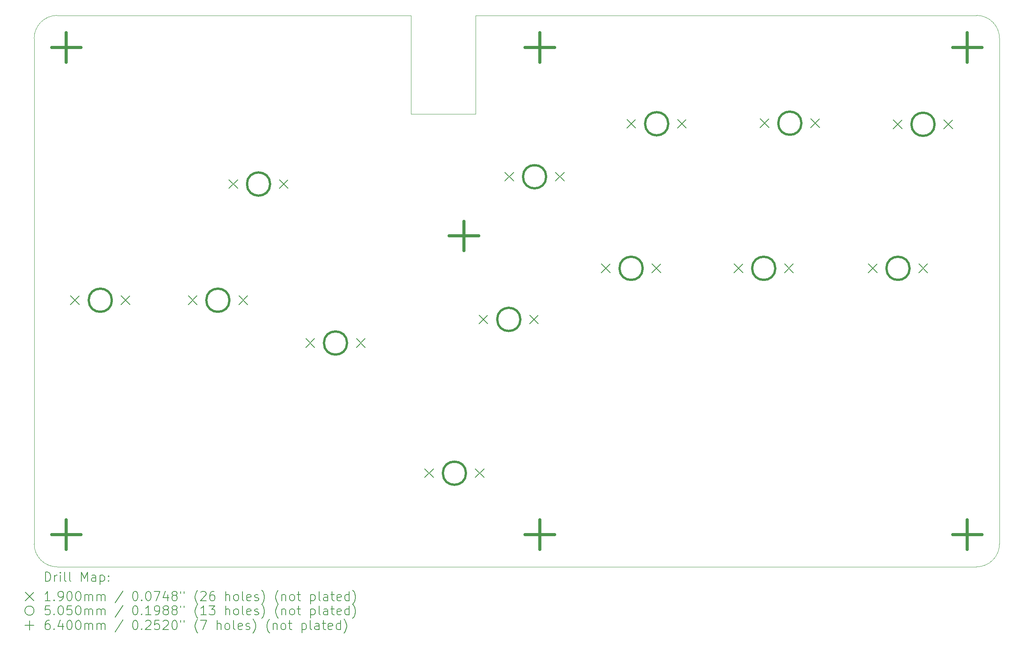
<source format=gbr>
%TF.GenerationSoftware,KiCad,Pcbnew,7.0.1*%
%TF.CreationDate,2023-08-22T10:43:50+03:00*%
%TF.ProjectId,Flatbox-Dual,466c6174-626f-4782-9d44-75616c2e6b69,rev?*%
%TF.SameCoordinates,Original*%
%TF.FileFunction,Drillmap*%
%TF.FilePolarity,Positive*%
%FSLAX45Y45*%
G04 Gerber Fmt 4.5, Leading zero omitted, Abs format (unit mm)*
G04 Created by KiCad (PCBNEW 7.0.1) date 2023-08-22 10:43:50*
%MOMM*%
%LPD*%
G01*
G04 APERTURE LIST*
%ADD10C,0.050000*%
%ADD11C,0.200000*%
%ADD12C,0.190000*%
%ADD13C,0.505000*%
%ADD14C,0.640000*%
G04 APERTURE END LIST*
D10*
X25000000Y-3500000D02*
X25000000Y-14500000D01*
X24500000Y-15000000D02*
X4500000Y-15000000D01*
X4000000Y-14500000D02*
X4000000Y-3500000D01*
X4500000Y-3000000D02*
X12200000Y-3000000D01*
X13600000Y-3000000D02*
X24500000Y-3000000D01*
X12200000Y-3000000D02*
X12200000Y-5150000D01*
X4500000Y-3000000D02*
G75*
G03*
X4000000Y-3500000I0J-500000D01*
G01*
X13600000Y-5150000D02*
X13600000Y-3000000D01*
X4000000Y-14500000D02*
G75*
G03*
X4500000Y-15000000I500000J0D01*
G01*
X24500000Y-15000000D02*
G75*
G03*
X25000000Y-14500000I0J500000D01*
G01*
X25000000Y-3500000D02*
G75*
G03*
X24500000Y-3000000I-500000J0D01*
G01*
X12200000Y-5150000D02*
X13600000Y-5150000D01*
D11*
D12*
X4793512Y-9103315D02*
X4983512Y-9293315D01*
X4983512Y-9103315D02*
X4793512Y-9293315D01*
X5893512Y-9103315D02*
X6083512Y-9293315D01*
X6083512Y-9103315D02*
X5893512Y-9293315D01*
X7351535Y-9103315D02*
X7541535Y-9293315D01*
X7541535Y-9103315D02*
X7351535Y-9293315D01*
X8236169Y-6574889D02*
X8426169Y-6764889D01*
X8426169Y-6574889D02*
X8236169Y-6764889D01*
X8451535Y-9103315D02*
X8641535Y-9293315D01*
X8641535Y-9103315D02*
X8451535Y-9293315D01*
X9336169Y-6574889D02*
X9526169Y-6764889D01*
X9526169Y-6574889D02*
X9336169Y-6764889D01*
X9910149Y-10034307D02*
X10100149Y-10224307D01*
X10100149Y-10034307D02*
X9910149Y-10224307D01*
X11010149Y-10034307D02*
X11200149Y-10224307D01*
X11200149Y-10034307D02*
X11010149Y-10224307D01*
X12497000Y-12867000D02*
X12687000Y-13057000D01*
X12687000Y-12867000D02*
X12497000Y-13057000D01*
X13597000Y-12867000D02*
X13787000Y-13057000D01*
X13787000Y-12867000D02*
X13597000Y-13057000D01*
X13680000Y-9520000D02*
X13870000Y-9710000D01*
X13870000Y-9520000D02*
X13680000Y-9710000D01*
X14241000Y-6416000D02*
X14431000Y-6606000D01*
X14431000Y-6416000D02*
X14241000Y-6606000D01*
X14780000Y-9520000D02*
X14970000Y-9710000D01*
X14970000Y-9520000D02*
X14780000Y-9710000D01*
X15341000Y-6416000D02*
X15531000Y-6606000D01*
X15531000Y-6416000D02*
X15341000Y-6606000D01*
X16341000Y-8409000D02*
X16531000Y-8599000D01*
X16531000Y-8409000D02*
X16341000Y-8599000D01*
X16897000Y-5263000D02*
X17087000Y-5453000D01*
X17087000Y-5263000D02*
X16897000Y-5453000D01*
X17441000Y-8409000D02*
X17631000Y-8599000D01*
X17631000Y-8409000D02*
X17441000Y-8599000D01*
X17997000Y-5263000D02*
X18187000Y-5453000D01*
X18187000Y-5263000D02*
X17997000Y-5453000D01*
X19226000Y-8409000D02*
X19416000Y-8599000D01*
X19416000Y-8409000D02*
X19226000Y-8599000D01*
X19794000Y-5251000D02*
X19984000Y-5441000D01*
X19984000Y-5251000D02*
X19794000Y-5441000D01*
X20326000Y-8409000D02*
X20516000Y-8599000D01*
X20516000Y-8409000D02*
X20326000Y-8599000D01*
X20894000Y-5251000D02*
X21084000Y-5441000D01*
X21084000Y-5251000D02*
X20894000Y-5441000D01*
X22147000Y-8409000D02*
X22337000Y-8599000D01*
X22337000Y-8409000D02*
X22147000Y-8599000D01*
X22691000Y-5275000D02*
X22881000Y-5465000D01*
X22881000Y-5275000D02*
X22691000Y-5465000D01*
X23247000Y-8409000D02*
X23437000Y-8599000D01*
X23437000Y-8409000D02*
X23247000Y-8599000D01*
X23791000Y-5275000D02*
X23981000Y-5465000D01*
X23981000Y-5275000D02*
X23791000Y-5465000D01*
D13*
X5691012Y-9198315D02*
G75*
G03*
X5691012Y-9198315I-252500J0D01*
G01*
X8249035Y-9198315D02*
G75*
G03*
X8249035Y-9198315I-252500J0D01*
G01*
X9133669Y-6669889D02*
G75*
G03*
X9133669Y-6669889I-252500J0D01*
G01*
X10807649Y-10129307D02*
G75*
G03*
X10807649Y-10129307I-252500J0D01*
G01*
X13394500Y-12962000D02*
G75*
G03*
X13394500Y-12962000I-252500J0D01*
G01*
X14577500Y-9615000D02*
G75*
G03*
X14577500Y-9615000I-252500J0D01*
G01*
X15138500Y-6511000D02*
G75*
G03*
X15138500Y-6511000I-252500J0D01*
G01*
X17238500Y-8504000D02*
G75*
G03*
X17238500Y-8504000I-252500J0D01*
G01*
X17794500Y-5358000D02*
G75*
G03*
X17794500Y-5358000I-252500J0D01*
G01*
X20123500Y-8504000D02*
G75*
G03*
X20123500Y-8504000I-252500J0D01*
G01*
X20691500Y-5346000D02*
G75*
G03*
X20691500Y-5346000I-252500J0D01*
G01*
X23044500Y-8504000D02*
G75*
G03*
X23044500Y-8504000I-252500J0D01*
G01*
X23588500Y-5370000D02*
G75*
G03*
X23588500Y-5370000I-252500J0D01*
G01*
D14*
X4700000Y-3380000D02*
X4700000Y-4020000D01*
X4380000Y-3700000D02*
X5020000Y-3700000D01*
X4700000Y-13980000D02*
X4700000Y-14620000D01*
X4380000Y-14300000D02*
X5020000Y-14300000D01*
X13350000Y-7480000D02*
X13350000Y-8120000D01*
X13030000Y-7800000D02*
X13670000Y-7800000D01*
X15000000Y-3380000D02*
X15000000Y-4020000D01*
X14680000Y-3700000D02*
X15320000Y-3700000D01*
X15000000Y-13980000D02*
X15000000Y-14620000D01*
X14680000Y-14300000D02*
X15320000Y-14300000D01*
X24300000Y-3380000D02*
X24300000Y-4020000D01*
X23980000Y-3700000D02*
X24620000Y-3700000D01*
X24300000Y-13980000D02*
X24300000Y-14620000D01*
X23980000Y-14300000D02*
X24620000Y-14300000D01*
D11*
X4245119Y-15315024D02*
X4245119Y-15115024D01*
X4245119Y-15115024D02*
X4292738Y-15115024D01*
X4292738Y-15115024D02*
X4321310Y-15124548D01*
X4321310Y-15124548D02*
X4340357Y-15143595D01*
X4340357Y-15143595D02*
X4349881Y-15162643D01*
X4349881Y-15162643D02*
X4359405Y-15200738D01*
X4359405Y-15200738D02*
X4359405Y-15229309D01*
X4359405Y-15229309D02*
X4349881Y-15267405D01*
X4349881Y-15267405D02*
X4340357Y-15286452D01*
X4340357Y-15286452D02*
X4321310Y-15305500D01*
X4321310Y-15305500D02*
X4292738Y-15315024D01*
X4292738Y-15315024D02*
X4245119Y-15315024D01*
X4445119Y-15315024D02*
X4445119Y-15181690D01*
X4445119Y-15219786D02*
X4454643Y-15200738D01*
X4454643Y-15200738D02*
X4464167Y-15191214D01*
X4464167Y-15191214D02*
X4483214Y-15181690D01*
X4483214Y-15181690D02*
X4502262Y-15181690D01*
X4568929Y-15315024D02*
X4568929Y-15181690D01*
X4568929Y-15115024D02*
X4559405Y-15124548D01*
X4559405Y-15124548D02*
X4568929Y-15134071D01*
X4568929Y-15134071D02*
X4578452Y-15124548D01*
X4578452Y-15124548D02*
X4568929Y-15115024D01*
X4568929Y-15115024D02*
X4568929Y-15134071D01*
X4692738Y-15315024D02*
X4673690Y-15305500D01*
X4673690Y-15305500D02*
X4664167Y-15286452D01*
X4664167Y-15286452D02*
X4664167Y-15115024D01*
X4797500Y-15315024D02*
X4778452Y-15305500D01*
X4778452Y-15305500D02*
X4768929Y-15286452D01*
X4768929Y-15286452D02*
X4768929Y-15115024D01*
X5026071Y-15315024D02*
X5026071Y-15115024D01*
X5026071Y-15115024D02*
X5092738Y-15257881D01*
X5092738Y-15257881D02*
X5159405Y-15115024D01*
X5159405Y-15115024D02*
X5159405Y-15315024D01*
X5340357Y-15315024D02*
X5340357Y-15210262D01*
X5340357Y-15210262D02*
X5330833Y-15191214D01*
X5330833Y-15191214D02*
X5311786Y-15181690D01*
X5311786Y-15181690D02*
X5273690Y-15181690D01*
X5273690Y-15181690D02*
X5254643Y-15191214D01*
X5340357Y-15305500D02*
X5321310Y-15315024D01*
X5321310Y-15315024D02*
X5273690Y-15315024D01*
X5273690Y-15315024D02*
X5254643Y-15305500D01*
X5254643Y-15305500D02*
X5245119Y-15286452D01*
X5245119Y-15286452D02*
X5245119Y-15267405D01*
X5245119Y-15267405D02*
X5254643Y-15248357D01*
X5254643Y-15248357D02*
X5273690Y-15238833D01*
X5273690Y-15238833D02*
X5321310Y-15238833D01*
X5321310Y-15238833D02*
X5340357Y-15229309D01*
X5435595Y-15181690D02*
X5435595Y-15381690D01*
X5435595Y-15191214D02*
X5454643Y-15181690D01*
X5454643Y-15181690D02*
X5492738Y-15181690D01*
X5492738Y-15181690D02*
X5511786Y-15191214D01*
X5511786Y-15191214D02*
X5521310Y-15200738D01*
X5521310Y-15200738D02*
X5530833Y-15219786D01*
X5530833Y-15219786D02*
X5530833Y-15276928D01*
X5530833Y-15276928D02*
X5521310Y-15295976D01*
X5521310Y-15295976D02*
X5511786Y-15305500D01*
X5511786Y-15305500D02*
X5492738Y-15315024D01*
X5492738Y-15315024D02*
X5454643Y-15315024D01*
X5454643Y-15315024D02*
X5435595Y-15305500D01*
X5616548Y-15295976D02*
X5626071Y-15305500D01*
X5626071Y-15305500D02*
X5616548Y-15315024D01*
X5616548Y-15315024D02*
X5607024Y-15305500D01*
X5607024Y-15305500D02*
X5616548Y-15295976D01*
X5616548Y-15295976D02*
X5616548Y-15315024D01*
X5616548Y-15191214D02*
X5626071Y-15200738D01*
X5626071Y-15200738D02*
X5616548Y-15210262D01*
X5616548Y-15210262D02*
X5607024Y-15200738D01*
X5607024Y-15200738D02*
X5616548Y-15191214D01*
X5616548Y-15191214D02*
X5616548Y-15210262D01*
D12*
X3807500Y-15547500D02*
X3997500Y-15737500D01*
X3997500Y-15547500D02*
X3807500Y-15737500D01*
D11*
X4349881Y-15735024D02*
X4235595Y-15735024D01*
X4292738Y-15735024D02*
X4292738Y-15535024D01*
X4292738Y-15535024D02*
X4273690Y-15563595D01*
X4273690Y-15563595D02*
X4254643Y-15582643D01*
X4254643Y-15582643D02*
X4235595Y-15592167D01*
X4435595Y-15715976D02*
X4445119Y-15725500D01*
X4445119Y-15725500D02*
X4435595Y-15735024D01*
X4435595Y-15735024D02*
X4426071Y-15725500D01*
X4426071Y-15725500D02*
X4435595Y-15715976D01*
X4435595Y-15715976D02*
X4435595Y-15735024D01*
X4540357Y-15735024D02*
X4578452Y-15735024D01*
X4578452Y-15735024D02*
X4597500Y-15725500D01*
X4597500Y-15725500D02*
X4607024Y-15715976D01*
X4607024Y-15715976D02*
X4626071Y-15687405D01*
X4626071Y-15687405D02*
X4635595Y-15649309D01*
X4635595Y-15649309D02*
X4635595Y-15573119D01*
X4635595Y-15573119D02*
X4626071Y-15554071D01*
X4626071Y-15554071D02*
X4616548Y-15544548D01*
X4616548Y-15544548D02*
X4597500Y-15535024D01*
X4597500Y-15535024D02*
X4559405Y-15535024D01*
X4559405Y-15535024D02*
X4540357Y-15544548D01*
X4540357Y-15544548D02*
X4530833Y-15554071D01*
X4530833Y-15554071D02*
X4521310Y-15573119D01*
X4521310Y-15573119D02*
X4521310Y-15620738D01*
X4521310Y-15620738D02*
X4530833Y-15639786D01*
X4530833Y-15639786D02*
X4540357Y-15649309D01*
X4540357Y-15649309D02*
X4559405Y-15658833D01*
X4559405Y-15658833D02*
X4597500Y-15658833D01*
X4597500Y-15658833D02*
X4616548Y-15649309D01*
X4616548Y-15649309D02*
X4626071Y-15639786D01*
X4626071Y-15639786D02*
X4635595Y-15620738D01*
X4759405Y-15535024D02*
X4778452Y-15535024D01*
X4778452Y-15535024D02*
X4797500Y-15544548D01*
X4797500Y-15544548D02*
X4807024Y-15554071D01*
X4807024Y-15554071D02*
X4816548Y-15573119D01*
X4816548Y-15573119D02*
X4826071Y-15611214D01*
X4826071Y-15611214D02*
X4826071Y-15658833D01*
X4826071Y-15658833D02*
X4816548Y-15696928D01*
X4816548Y-15696928D02*
X4807024Y-15715976D01*
X4807024Y-15715976D02*
X4797500Y-15725500D01*
X4797500Y-15725500D02*
X4778452Y-15735024D01*
X4778452Y-15735024D02*
X4759405Y-15735024D01*
X4759405Y-15735024D02*
X4740357Y-15725500D01*
X4740357Y-15725500D02*
X4730833Y-15715976D01*
X4730833Y-15715976D02*
X4721310Y-15696928D01*
X4721310Y-15696928D02*
X4711786Y-15658833D01*
X4711786Y-15658833D02*
X4711786Y-15611214D01*
X4711786Y-15611214D02*
X4721310Y-15573119D01*
X4721310Y-15573119D02*
X4730833Y-15554071D01*
X4730833Y-15554071D02*
X4740357Y-15544548D01*
X4740357Y-15544548D02*
X4759405Y-15535024D01*
X4949881Y-15535024D02*
X4968929Y-15535024D01*
X4968929Y-15535024D02*
X4987976Y-15544548D01*
X4987976Y-15544548D02*
X4997500Y-15554071D01*
X4997500Y-15554071D02*
X5007024Y-15573119D01*
X5007024Y-15573119D02*
X5016548Y-15611214D01*
X5016548Y-15611214D02*
X5016548Y-15658833D01*
X5016548Y-15658833D02*
X5007024Y-15696928D01*
X5007024Y-15696928D02*
X4997500Y-15715976D01*
X4997500Y-15715976D02*
X4987976Y-15725500D01*
X4987976Y-15725500D02*
X4968929Y-15735024D01*
X4968929Y-15735024D02*
X4949881Y-15735024D01*
X4949881Y-15735024D02*
X4930833Y-15725500D01*
X4930833Y-15725500D02*
X4921310Y-15715976D01*
X4921310Y-15715976D02*
X4911786Y-15696928D01*
X4911786Y-15696928D02*
X4902262Y-15658833D01*
X4902262Y-15658833D02*
X4902262Y-15611214D01*
X4902262Y-15611214D02*
X4911786Y-15573119D01*
X4911786Y-15573119D02*
X4921310Y-15554071D01*
X4921310Y-15554071D02*
X4930833Y-15544548D01*
X4930833Y-15544548D02*
X4949881Y-15535024D01*
X5102262Y-15735024D02*
X5102262Y-15601690D01*
X5102262Y-15620738D02*
X5111786Y-15611214D01*
X5111786Y-15611214D02*
X5130833Y-15601690D01*
X5130833Y-15601690D02*
X5159405Y-15601690D01*
X5159405Y-15601690D02*
X5178452Y-15611214D01*
X5178452Y-15611214D02*
X5187976Y-15630262D01*
X5187976Y-15630262D02*
X5187976Y-15735024D01*
X5187976Y-15630262D02*
X5197500Y-15611214D01*
X5197500Y-15611214D02*
X5216548Y-15601690D01*
X5216548Y-15601690D02*
X5245119Y-15601690D01*
X5245119Y-15601690D02*
X5264167Y-15611214D01*
X5264167Y-15611214D02*
X5273691Y-15630262D01*
X5273691Y-15630262D02*
X5273691Y-15735024D01*
X5368929Y-15735024D02*
X5368929Y-15601690D01*
X5368929Y-15620738D02*
X5378452Y-15611214D01*
X5378452Y-15611214D02*
X5397500Y-15601690D01*
X5397500Y-15601690D02*
X5426072Y-15601690D01*
X5426072Y-15601690D02*
X5445119Y-15611214D01*
X5445119Y-15611214D02*
X5454643Y-15630262D01*
X5454643Y-15630262D02*
X5454643Y-15735024D01*
X5454643Y-15630262D02*
X5464167Y-15611214D01*
X5464167Y-15611214D02*
X5483214Y-15601690D01*
X5483214Y-15601690D02*
X5511786Y-15601690D01*
X5511786Y-15601690D02*
X5530833Y-15611214D01*
X5530833Y-15611214D02*
X5540357Y-15630262D01*
X5540357Y-15630262D02*
X5540357Y-15735024D01*
X5930833Y-15525500D02*
X5759405Y-15782643D01*
X6187976Y-15535024D02*
X6207024Y-15535024D01*
X6207024Y-15535024D02*
X6226072Y-15544548D01*
X6226072Y-15544548D02*
X6235595Y-15554071D01*
X6235595Y-15554071D02*
X6245119Y-15573119D01*
X6245119Y-15573119D02*
X6254643Y-15611214D01*
X6254643Y-15611214D02*
X6254643Y-15658833D01*
X6254643Y-15658833D02*
X6245119Y-15696928D01*
X6245119Y-15696928D02*
X6235595Y-15715976D01*
X6235595Y-15715976D02*
X6226072Y-15725500D01*
X6226072Y-15725500D02*
X6207024Y-15735024D01*
X6207024Y-15735024D02*
X6187976Y-15735024D01*
X6187976Y-15735024D02*
X6168929Y-15725500D01*
X6168929Y-15725500D02*
X6159405Y-15715976D01*
X6159405Y-15715976D02*
X6149881Y-15696928D01*
X6149881Y-15696928D02*
X6140357Y-15658833D01*
X6140357Y-15658833D02*
X6140357Y-15611214D01*
X6140357Y-15611214D02*
X6149881Y-15573119D01*
X6149881Y-15573119D02*
X6159405Y-15554071D01*
X6159405Y-15554071D02*
X6168929Y-15544548D01*
X6168929Y-15544548D02*
X6187976Y-15535024D01*
X6340357Y-15715976D02*
X6349881Y-15725500D01*
X6349881Y-15725500D02*
X6340357Y-15735024D01*
X6340357Y-15735024D02*
X6330833Y-15725500D01*
X6330833Y-15725500D02*
X6340357Y-15715976D01*
X6340357Y-15715976D02*
X6340357Y-15735024D01*
X6473691Y-15535024D02*
X6492738Y-15535024D01*
X6492738Y-15535024D02*
X6511786Y-15544548D01*
X6511786Y-15544548D02*
X6521310Y-15554071D01*
X6521310Y-15554071D02*
X6530833Y-15573119D01*
X6530833Y-15573119D02*
X6540357Y-15611214D01*
X6540357Y-15611214D02*
X6540357Y-15658833D01*
X6540357Y-15658833D02*
X6530833Y-15696928D01*
X6530833Y-15696928D02*
X6521310Y-15715976D01*
X6521310Y-15715976D02*
X6511786Y-15725500D01*
X6511786Y-15725500D02*
X6492738Y-15735024D01*
X6492738Y-15735024D02*
X6473691Y-15735024D01*
X6473691Y-15735024D02*
X6454643Y-15725500D01*
X6454643Y-15725500D02*
X6445119Y-15715976D01*
X6445119Y-15715976D02*
X6435595Y-15696928D01*
X6435595Y-15696928D02*
X6426072Y-15658833D01*
X6426072Y-15658833D02*
X6426072Y-15611214D01*
X6426072Y-15611214D02*
X6435595Y-15573119D01*
X6435595Y-15573119D02*
X6445119Y-15554071D01*
X6445119Y-15554071D02*
X6454643Y-15544548D01*
X6454643Y-15544548D02*
X6473691Y-15535024D01*
X6607024Y-15535024D02*
X6740357Y-15535024D01*
X6740357Y-15535024D02*
X6654643Y-15735024D01*
X6902262Y-15601690D02*
X6902262Y-15735024D01*
X6854643Y-15525500D02*
X6807024Y-15668357D01*
X6807024Y-15668357D02*
X6930833Y-15668357D01*
X7035595Y-15620738D02*
X7016548Y-15611214D01*
X7016548Y-15611214D02*
X7007024Y-15601690D01*
X7007024Y-15601690D02*
X6997500Y-15582643D01*
X6997500Y-15582643D02*
X6997500Y-15573119D01*
X6997500Y-15573119D02*
X7007024Y-15554071D01*
X7007024Y-15554071D02*
X7016548Y-15544548D01*
X7016548Y-15544548D02*
X7035595Y-15535024D01*
X7035595Y-15535024D02*
X7073691Y-15535024D01*
X7073691Y-15535024D02*
X7092738Y-15544548D01*
X7092738Y-15544548D02*
X7102262Y-15554071D01*
X7102262Y-15554071D02*
X7111786Y-15573119D01*
X7111786Y-15573119D02*
X7111786Y-15582643D01*
X7111786Y-15582643D02*
X7102262Y-15601690D01*
X7102262Y-15601690D02*
X7092738Y-15611214D01*
X7092738Y-15611214D02*
X7073691Y-15620738D01*
X7073691Y-15620738D02*
X7035595Y-15620738D01*
X7035595Y-15620738D02*
X7016548Y-15630262D01*
X7016548Y-15630262D02*
X7007024Y-15639786D01*
X7007024Y-15639786D02*
X6997500Y-15658833D01*
X6997500Y-15658833D02*
X6997500Y-15696928D01*
X6997500Y-15696928D02*
X7007024Y-15715976D01*
X7007024Y-15715976D02*
X7016548Y-15725500D01*
X7016548Y-15725500D02*
X7035595Y-15735024D01*
X7035595Y-15735024D02*
X7073691Y-15735024D01*
X7073691Y-15735024D02*
X7092738Y-15725500D01*
X7092738Y-15725500D02*
X7102262Y-15715976D01*
X7102262Y-15715976D02*
X7111786Y-15696928D01*
X7111786Y-15696928D02*
X7111786Y-15658833D01*
X7111786Y-15658833D02*
X7102262Y-15639786D01*
X7102262Y-15639786D02*
X7092738Y-15630262D01*
X7092738Y-15630262D02*
X7073691Y-15620738D01*
X7187976Y-15535024D02*
X7187976Y-15573119D01*
X7264167Y-15535024D02*
X7264167Y-15573119D01*
X7559405Y-15811214D02*
X7549881Y-15801690D01*
X7549881Y-15801690D02*
X7530834Y-15773119D01*
X7530834Y-15773119D02*
X7521310Y-15754071D01*
X7521310Y-15754071D02*
X7511786Y-15725500D01*
X7511786Y-15725500D02*
X7502262Y-15677881D01*
X7502262Y-15677881D02*
X7502262Y-15639786D01*
X7502262Y-15639786D02*
X7511786Y-15592167D01*
X7511786Y-15592167D02*
X7521310Y-15563595D01*
X7521310Y-15563595D02*
X7530834Y-15544548D01*
X7530834Y-15544548D02*
X7549881Y-15515976D01*
X7549881Y-15515976D02*
X7559405Y-15506452D01*
X7626072Y-15554071D02*
X7635595Y-15544548D01*
X7635595Y-15544548D02*
X7654643Y-15535024D01*
X7654643Y-15535024D02*
X7702262Y-15535024D01*
X7702262Y-15535024D02*
X7721310Y-15544548D01*
X7721310Y-15544548D02*
X7730834Y-15554071D01*
X7730834Y-15554071D02*
X7740357Y-15573119D01*
X7740357Y-15573119D02*
X7740357Y-15592167D01*
X7740357Y-15592167D02*
X7730834Y-15620738D01*
X7730834Y-15620738D02*
X7616548Y-15735024D01*
X7616548Y-15735024D02*
X7740357Y-15735024D01*
X7911786Y-15535024D02*
X7873691Y-15535024D01*
X7873691Y-15535024D02*
X7854643Y-15544548D01*
X7854643Y-15544548D02*
X7845119Y-15554071D01*
X7845119Y-15554071D02*
X7826072Y-15582643D01*
X7826072Y-15582643D02*
X7816548Y-15620738D01*
X7816548Y-15620738D02*
X7816548Y-15696928D01*
X7816548Y-15696928D02*
X7826072Y-15715976D01*
X7826072Y-15715976D02*
X7835595Y-15725500D01*
X7835595Y-15725500D02*
X7854643Y-15735024D01*
X7854643Y-15735024D02*
X7892738Y-15735024D01*
X7892738Y-15735024D02*
X7911786Y-15725500D01*
X7911786Y-15725500D02*
X7921310Y-15715976D01*
X7921310Y-15715976D02*
X7930834Y-15696928D01*
X7930834Y-15696928D02*
X7930834Y-15649309D01*
X7930834Y-15649309D02*
X7921310Y-15630262D01*
X7921310Y-15630262D02*
X7911786Y-15620738D01*
X7911786Y-15620738D02*
X7892738Y-15611214D01*
X7892738Y-15611214D02*
X7854643Y-15611214D01*
X7854643Y-15611214D02*
X7835595Y-15620738D01*
X7835595Y-15620738D02*
X7826072Y-15630262D01*
X7826072Y-15630262D02*
X7816548Y-15649309D01*
X8168929Y-15735024D02*
X8168929Y-15535024D01*
X8254643Y-15735024D02*
X8254643Y-15630262D01*
X8254643Y-15630262D02*
X8245119Y-15611214D01*
X8245119Y-15611214D02*
X8226072Y-15601690D01*
X8226072Y-15601690D02*
X8197500Y-15601690D01*
X8197500Y-15601690D02*
X8178453Y-15611214D01*
X8178453Y-15611214D02*
X8168929Y-15620738D01*
X8378453Y-15735024D02*
X8359405Y-15725500D01*
X8359405Y-15725500D02*
X8349881Y-15715976D01*
X8349881Y-15715976D02*
X8340357Y-15696928D01*
X8340357Y-15696928D02*
X8340357Y-15639786D01*
X8340357Y-15639786D02*
X8349881Y-15620738D01*
X8349881Y-15620738D02*
X8359405Y-15611214D01*
X8359405Y-15611214D02*
X8378453Y-15601690D01*
X8378453Y-15601690D02*
X8407024Y-15601690D01*
X8407024Y-15601690D02*
X8426072Y-15611214D01*
X8426072Y-15611214D02*
X8435596Y-15620738D01*
X8435596Y-15620738D02*
X8445119Y-15639786D01*
X8445119Y-15639786D02*
X8445119Y-15696928D01*
X8445119Y-15696928D02*
X8435596Y-15715976D01*
X8435596Y-15715976D02*
X8426072Y-15725500D01*
X8426072Y-15725500D02*
X8407024Y-15735024D01*
X8407024Y-15735024D02*
X8378453Y-15735024D01*
X8559405Y-15735024D02*
X8540358Y-15725500D01*
X8540358Y-15725500D02*
X8530834Y-15706452D01*
X8530834Y-15706452D02*
X8530834Y-15535024D01*
X8711786Y-15725500D02*
X8692739Y-15735024D01*
X8692739Y-15735024D02*
X8654643Y-15735024D01*
X8654643Y-15735024D02*
X8635596Y-15725500D01*
X8635596Y-15725500D02*
X8626072Y-15706452D01*
X8626072Y-15706452D02*
X8626072Y-15630262D01*
X8626072Y-15630262D02*
X8635596Y-15611214D01*
X8635596Y-15611214D02*
X8654643Y-15601690D01*
X8654643Y-15601690D02*
X8692739Y-15601690D01*
X8692739Y-15601690D02*
X8711786Y-15611214D01*
X8711786Y-15611214D02*
X8721310Y-15630262D01*
X8721310Y-15630262D02*
X8721310Y-15649309D01*
X8721310Y-15649309D02*
X8626072Y-15668357D01*
X8797500Y-15725500D02*
X8816548Y-15735024D01*
X8816548Y-15735024D02*
X8854643Y-15735024D01*
X8854643Y-15735024D02*
X8873691Y-15725500D01*
X8873691Y-15725500D02*
X8883215Y-15706452D01*
X8883215Y-15706452D02*
X8883215Y-15696928D01*
X8883215Y-15696928D02*
X8873691Y-15677881D01*
X8873691Y-15677881D02*
X8854643Y-15668357D01*
X8854643Y-15668357D02*
X8826072Y-15668357D01*
X8826072Y-15668357D02*
X8807024Y-15658833D01*
X8807024Y-15658833D02*
X8797500Y-15639786D01*
X8797500Y-15639786D02*
X8797500Y-15630262D01*
X8797500Y-15630262D02*
X8807024Y-15611214D01*
X8807024Y-15611214D02*
X8826072Y-15601690D01*
X8826072Y-15601690D02*
X8854643Y-15601690D01*
X8854643Y-15601690D02*
X8873691Y-15611214D01*
X8949881Y-15811214D02*
X8959405Y-15801690D01*
X8959405Y-15801690D02*
X8978453Y-15773119D01*
X8978453Y-15773119D02*
X8987977Y-15754071D01*
X8987977Y-15754071D02*
X8997500Y-15725500D01*
X8997500Y-15725500D02*
X9007024Y-15677881D01*
X9007024Y-15677881D02*
X9007024Y-15639786D01*
X9007024Y-15639786D02*
X8997500Y-15592167D01*
X8997500Y-15592167D02*
X8987977Y-15563595D01*
X8987977Y-15563595D02*
X8978453Y-15544548D01*
X8978453Y-15544548D02*
X8959405Y-15515976D01*
X8959405Y-15515976D02*
X8949881Y-15506452D01*
X9311786Y-15811214D02*
X9302262Y-15801690D01*
X9302262Y-15801690D02*
X9283215Y-15773119D01*
X9283215Y-15773119D02*
X9273691Y-15754071D01*
X9273691Y-15754071D02*
X9264167Y-15725500D01*
X9264167Y-15725500D02*
X9254643Y-15677881D01*
X9254643Y-15677881D02*
X9254643Y-15639786D01*
X9254643Y-15639786D02*
X9264167Y-15592167D01*
X9264167Y-15592167D02*
X9273691Y-15563595D01*
X9273691Y-15563595D02*
X9283215Y-15544548D01*
X9283215Y-15544548D02*
X9302262Y-15515976D01*
X9302262Y-15515976D02*
X9311786Y-15506452D01*
X9387977Y-15601690D02*
X9387977Y-15735024D01*
X9387977Y-15620738D02*
X9397500Y-15611214D01*
X9397500Y-15611214D02*
X9416548Y-15601690D01*
X9416548Y-15601690D02*
X9445120Y-15601690D01*
X9445120Y-15601690D02*
X9464167Y-15611214D01*
X9464167Y-15611214D02*
X9473691Y-15630262D01*
X9473691Y-15630262D02*
X9473691Y-15735024D01*
X9597500Y-15735024D02*
X9578453Y-15725500D01*
X9578453Y-15725500D02*
X9568929Y-15715976D01*
X9568929Y-15715976D02*
X9559405Y-15696928D01*
X9559405Y-15696928D02*
X9559405Y-15639786D01*
X9559405Y-15639786D02*
X9568929Y-15620738D01*
X9568929Y-15620738D02*
X9578453Y-15611214D01*
X9578453Y-15611214D02*
X9597500Y-15601690D01*
X9597500Y-15601690D02*
X9626072Y-15601690D01*
X9626072Y-15601690D02*
X9645120Y-15611214D01*
X9645120Y-15611214D02*
X9654643Y-15620738D01*
X9654643Y-15620738D02*
X9664167Y-15639786D01*
X9664167Y-15639786D02*
X9664167Y-15696928D01*
X9664167Y-15696928D02*
X9654643Y-15715976D01*
X9654643Y-15715976D02*
X9645120Y-15725500D01*
X9645120Y-15725500D02*
X9626072Y-15735024D01*
X9626072Y-15735024D02*
X9597500Y-15735024D01*
X9721310Y-15601690D02*
X9797500Y-15601690D01*
X9749881Y-15535024D02*
X9749881Y-15706452D01*
X9749881Y-15706452D02*
X9759405Y-15725500D01*
X9759405Y-15725500D02*
X9778453Y-15735024D01*
X9778453Y-15735024D02*
X9797500Y-15735024D01*
X10016548Y-15601690D02*
X10016548Y-15801690D01*
X10016548Y-15611214D02*
X10035596Y-15601690D01*
X10035596Y-15601690D02*
X10073691Y-15601690D01*
X10073691Y-15601690D02*
X10092739Y-15611214D01*
X10092739Y-15611214D02*
X10102262Y-15620738D01*
X10102262Y-15620738D02*
X10111786Y-15639786D01*
X10111786Y-15639786D02*
X10111786Y-15696928D01*
X10111786Y-15696928D02*
X10102262Y-15715976D01*
X10102262Y-15715976D02*
X10092739Y-15725500D01*
X10092739Y-15725500D02*
X10073691Y-15735024D01*
X10073691Y-15735024D02*
X10035596Y-15735024D01*
X10035596Y-15735024D02*
X10016548Y-15725500D01*
X10226072Y-15735024D02*
X10207024Y-15725500D01*
X10207024Y-15725500D02*
X10197501Y-15706452D01*
X10197501Y-15706452D02*
X10197501Y-15535024D01*
X10387977Y-15735024D02*
X10387977Y-15630262D01*
X10387977Y-15630262D02*
X10378453Y-15611214D01*
X10378453Y-15611214D02*
X10359405Y-15601690D01*
X10359405Y-15601690D02*
X10321310Y-15601690D01*
X10321310Y-15601690D02*
X10302262Y-15611214D01*
X10387977Y-15725500D02*
X10368929Y-15735024D01*
X10368929Y-15735024D02*
X10321310Y-15735024D01*
X10321310Y-15735024D02*
X10302262Y-15725500D01*
X10302262Y-15725500D02*
X10292739Y-15706452D01*
X10292739Y-15706452D02*
X10292739Y-15687405D01*
X10292739Y-15687405D02*
X10302262Y-15668357D01*
X10302262Y-15668357D02*
X10321310Y-15658833D01*
X10321310Y-15658833D02*
X10368929Y-15658833D01*
X10368929Y-15658833D02*
X10387977Y-15649309D01*
X10454643Y-15601690D02*
X10530834Y-15601690D01*
X10483215Y-15535024D02*
X10483215Y-15706452D01*
X10483215Y-15706452D02*
X10492739Y-15725500D01*
X10492739Y-15725500D02*
X10511786Y-15735024D01*
X10511786Y-15735024D02*
X10530834Y-15735024D01*
X10673691Y-15725500D02*
X10654643Y-15735024D01*
X10654643Y-15735024D02*
X10616548Y-15735024D01*
X10616548Y-15735024D02*
X10597501Y-15725500D01*
X10597501Y-15725500D02*
X10587977Y-15706452D01*
X10587977Y-15706452D02*
X10587977Y-15630262D01*
X10587977Y-15630262D02*
X10597501Y-15611214D01*
X10597501Y-15611214D02*
X10616548Y-15601690D01*
X10616548Y-15601690D02*
X10654643Y-15601690D01*
X10654643Y-15601690D02*
X10673691Y-15611214D01*
X10673691Y-15611214D02*
X10683215Y-15630262D01*
X10683215Y-15630262D02*
X10683215Y-15649309D01*
X10683215Y-15649309D02*
X10587977Y-15668357D01*
X10854643Y-15735024D02*
X10854643Y-15535024D01*
X10854643Y-15725500D02*
X10835596Y-15735024D01*
X10835596Y-15735024D02*
X10797501Y-15735024D01*
X10797501Y-15735024D02*
X10778453Y-15725500D01*
X10778453Y-15725500D02*
X10768929Y-15715976D01*
X10768929Y-15715976D02*
X10759405Y-15696928D01*
X10759405Y-15696928D02*
X10759405Y-15639786D01*
X10759405Y-15639786D02*
X10768929Y-15620738D01*
X10768929Y-15620738D02*
X10778453Y-15611214D01*
X10778453Y-15611214D02*
X10797501Y-15601690D01*
X10797501Y-15601690D02*
X10835596Y-15601690D01*
X10835596Y-15601690D02*
X10854643Y-15611214D01*
X10930834Y-15811214D02*
X10940358Y-15801690D01*
X10940358Y-15801690D02*
X10959405Y-15773119D01*
X10959405Y-15773119D02*
X10968929Y-15754071D01*
X10968929Y-15754071D02*
X10978453Y-15725500D01*
X10978453Y-15725500D02*
X10987977Y-15677881D01*
X10987977Y-15677881D02*
X10987977Y-15639786D01*
X10987977Y-15639786D02*
X10978453Y-15592167D01*
X10978453Y-15592167D02*
X10968929Y-15563595D01*
X10968929Y-15563595D02*
X10959405Y-15544548D01*
X10959405Y-15544548D02*
X10940358Y-15515976D01*
X10940358Y-15515976D02*
X10930834Y-15506452D01*
X3997500Y-15952500D02*
G75*
G03*
X3997500Y-15952500I-100000J0D01*
G01*
X4340357Y-15845024D02*
X4245119Y-15845024D01*
X4245119Y-15845024D02*
X4235595Y-15940262D01*
X4235595Y-15940262D02*
X4245119Y-15930738D01*
X4245119Y-15930738D02*
X4264167Y-15921214D01*
X4264167Y-15921214D02*
X4311786Y-15921214D01*
X4311786Y-15921214D02*
X4330833Y-15930738D01*
X4330833Y-15930738D02*
X4340357Y-15940262D01*
X4340357Y-15940262D02*
X4349881Y-15959309D01*
X4349881Y-15959309D02*
X4349881Y-16006928D01*
X4349881Y-16006928D02*
X4340357Y-16025976D01*
X4340357Y-16025976D02*
X4330833Y-16035500D01*
X4330833Y-16035500D02*
X4311786Y-16045024D01*
X4311786Y-16045024D02*
X4264167Y-16045024D01*
X4264167Y-16045024D02*
X4245119Y-16035500D01*
X4245119Y-16035500D02*
X4235595Y-16025976D01*
X4435595Y-16025976D02*
X4445119Y-16035500D01*
X4445119Y-16035500D02*
X4435595Y-16045024D01*
X4435595Y-16045024D02*
X4426071Y-16035500D01*
X4426071Y-16035500D02*
X4435595Y-16025976D01*
X4435595Y-16025976D02*
X4435595Y-16045024D01*
X4568929Y-15845024D02*
X4587976Y-15845024D01*
X4587976Y-15845024D02*
X4607024Y-15854548D01*
X4607024Y-15854548D02*
X4616548Y-15864071D01*
X4616548Y-15864071D02*
X4626071Y-15883119D01*
X4626071Y-15883119D02*
X4635595Y-15921214D01*
X4635595Y-15921214D02*
X4635595Y-15968833D01*
X4635595Y-15968833D02*
X4626071Y-16006928D01*
X4626071Y-16006928D02*
X4616548Y-16025976D01*
X4616548Y-16025976D02*
X4607024Y-16035500D01*
X4607024Y-16035500D02*
X4587976Y-16045024D01*
X4587976Y-16045024D02*
X4568929Y-16045024D01*
X4568929Y-16045024D02*
X4549881Y-16035500D01*
X4549881Y-16035500D02*
X4540357Y-16025976D01*
X4540357Y-16025976D02*
X4530833Y-16006928D01*
X4530833Y-16006928D02*
X4521310Y-15968833D01*
X4521310Y-15968833D02*
X4521310Y-15921214D01*
X4521310Y-15921214D02*
X4530833Y-15883119D01*
X4530833Y-15883119D02*
X4540357Y-15864071D01*
X4540357Y-15864071D02*
X4549881Y-15854548D01*
X4549881Y-15854548D02*
X4568929Y-15845024D01*
X4816548Y-15845024D02*
X4721310Y-15845024D01*
X4721310Y-15845024D02*
X4711786Y-15940262D01*
X4711786Y-15940262D02*
X4721310Y-15930738D01*
X4721310Y-15930738D02*
X4740357Y-15921214D01*
X4740357Y-15921214D02*
X4787976Y-15921214D01*
X4787976Y-15921214D02*
X4807024Y-15930738D01*
X4807024Y-15930738D02*
X4816548Y-15940262D01*
X4816548Y-15940262D02*
X4826071Y-15959309D01*
X4826071Y-15959309D02*
X4826071Y-16006928D01*
X4826071Y-16006928D02*
X4816548Y-16025976D01*
X4816548Y-16025976D02*
X4807024Y-16035500D01*
X4807024Y-16035500D02*
X4787976Y-16045024D01*
X4787976Y-16045024D02*
X4740357Y-16045024D01*
X4740357Y-16045024D02*
X4721310Y-16035500D01*
X4721310Y-16035500D02*
X4711786Y-16025976D01*
X4949881Y-15845024D02*
X4968929Y-15845024D01*
X4968929Y-15845024D02*
X4987976Y-15854548D01*
X4987976Y-15854548D02*
X4997500Y-15864071D01*
X4997500Y-15864071D02*
X5007024Y-15883119D01*
X5007024Y-15883119D02*
X5016548Y-15921214D01*
X5016548Y-15921214D02*
X5016548Y-15968833D01*
X5016548Y-15968833D02*
X5007024Y-16006928D01*
X5007024Y-16006928D02*
X4997500Y-16025976D01*
X4997500Y-16025976D02*
X4987976Y-16035500D01*
X4987976Y-16035500D02*
X4968929Y-16045024D01*
X4968929Y-16045024D02*
X4949881Y-16045024D01*
X4949881Y-16045024D02*
X4930833Y-16035500D01*
X4930833Y-16035500D02*
X4921310Y-16025976D01*
X4921310Y-16025976D02*
X4911786Y-16006928D01*
X4911786Y-16006928D02*
X4902262Y-15968833D01*
X4902262Y-15968833D02*
X4902262Y-15921214D01*
X4902262Y-15921214D02*
X4911786Y-15883119D01*
X4911786Y-15883119D02*
X4921310Y-15864071D01*
X4921310Y-15864071D02*
X4930833Y-15854548D01*
X4930833Y-15854548D02*
X4949881Y-15845024D01*
X5102262Y-16045024D02*
X5102262Y-15911690D01*
X5102262Y-15930738D02*
X5111786Y-15921214D01*
X5111786Y-15921214D02*
X5130833Y-15911690D01*
X5130833Y-15911690D02*
X5159405Y-15911690D01*
X5159405Y-15911690D02*
X5178452Y-15921214D01*
X5178452Y-15921214D02*
X5187976Y-15940262D01*
X5187976Y-15940262D02*
X5187976Y-16045024D01*
X5187976Y-15940262D02*
X5197500Y-15921214D01*
X5197500Y-15921214D02*
X5216548Y-15911690D01*
X5216548Y-15911690D02*
X5245119Y-15911690D01*
X5245119Y-15911690D02*
X5264167Y-15921214D01*
X5264167Y-15921214D02*
X5273691Y-15940262D01*
X5273691Y-15940262D02*
X5273691Y-16045024D01*
X5368929Y-16045024D02*
X5368929Y-15911690D01*
X5368929Y-15930738D02*
X5378452Y-15921214D01*
X5378452Y-15921214D02*
X5397500Y-15911690D01*
X5397500Y-15911690D02*
X5426072Y-15911690D01*
X5426072Y-15911690D02*
X5445119Y-15921214D01*
X5445119Y-15921214D02*
X5454643Y-15940262D01*
X5454643Y-15940262D02*
X5454643Y-16045024D01*
X5454643Y-15940262D02*
X5464167Y-15921214D01*
X5464167Y-15921214D02*
X5483214Y-15911690D01*
X5483214Y-15911690D02*
X5511786Y-15911690D01*
X5511786Y-15911690D02*
X5530833Y-15921214D01*
X5530833Y-15921214D02*
X5540357Y-15940262D01*
X5540357Y-15940262D02*
X5540357Y-16045024D01*
X5930833Y-15835500D02*
X5759405Y-16092643D01*
X6187976Y-15845024D02*
X6207024Y-15845024D01*
X6207024Y-15845024D02*
X6226072Y-15854548D01*
X6226072Y-15854548D02*
X6235595Y-15864071D01*
X6235595Y-15864071D02*
X6245119Y-15883119D01*
X6245119Y-15883119D02*
X6254643Y-15921214D01*
X6254643Y-15921214D02*
X6254643Y-15968833D01*
X6254643Y-15968833D02*
X6245119Y-16006928D01*
X6245119Y-16006928D02*
X6235595Y-16025976D01*
X6235595Y-16025976D02*
X6226072Y-16035500D01*
X6226072Y-16035500D02*
X6207024Y-16045024D01*
X6207024Y-16045024D02*
X6187976Y-16045024D01*
X6187976Y-16045024D02*
X6168929Y-16035500D01*
X6168929Y-16035500D02*
X6159405Y-16025976D01*
X6159405Y-16025976D02*
X6149881Y-16006928D01*
X6149881Y-16006928D02*
X6140357Y-15968833D01*
X6140357Y-15968833D02*
X6140357Y-15921214D01*
X6140357Y-15921214D02*
X6149881Y-15883119D01*
X6149881Y-15883119D02*
X6159405Y-15864071D01*
X6159405Y-15864071D02*
X6168929Y-15854548D01*
X6168929Y-15854548D02*
X6187976Y-15845024D01*
X6340357Y-16025976D02*
X6349881Y-16035500D01*
X6349881Y-16035500D02*
X6340357Y-16045024D01*
X6340357Y-16045024D02*
X6330833Y-16035500D01*
X6330833Y-16035500D02*
X6340357Y-16025976D01*
X6340357Y-16025976D02*
X6340357Y-16045024D01*
X6540357Y-16045024D02*
X6426072Y-16045024D01*
X6483214Y-16045024D02*
X6483214Y-15845024D01*
X6483214Y-15845024D02*
X6464167Y-15873595D01*
X6464167Y-15873595D02*
X6445119Y-15892643D01*
X6445119Y-15892643D02*
X6426072Y-15902167D01*
X6635595Y-16045024D02*
X6673691Y-16045024D01*
X6673691Y-16045024D02*
X6692738Y-16035500D01*
X6692738Y-16035500D02*
X6702262Y-16025976D01*
X6702262Y-16025976D02*
X6721310Y-15997405D01*
X6721310Y-15997405D02*
X6730833Y-15959309D01*
X6730833Y-15959309D02*
X6730833Y-15883119D01*
X6730833Y-15883119D02*
X6721310Y-15864071D01*
X6721310Y-15864071D02*
X6711786Y-15854548D01*
X6711786Y-15854548D02*
X6692738Y-15845024D01*
X6692738Y-15845024D02*
X6654643Y-15845024D01*
X6654643Y-15845024D02*
X6635595Y-15854548D01*
X6635595Y-15854548D02*
X6626072Y-15864071D01*
X6626072Y-15864071D02*
X6616548Y-15883119D01*
X6616548Y-15883119D02*
X6616548Y-15930738D01*
X6616548Y-15930738D02*
X6626072Y-15949786D01*
X6626072Y-15949786D02*
X6635595Y-15959309D01*
X6635595Y-15959309D02*
X6654643Y-15968833D01*
X6654643Y-15968833D02*
X6692738Y-15968833D01*
X6692738Y-15968833D02*
X6711786Y-15959309D01*
X6711786Y-15959309D02*
X6721310Y-15949786D01*
X6721310Y-15949786D02*
X6730833Y-15930738D01*
X6845119Y-15930738D02*
X6826072Y-15921214D01*
X6826072Y-15921214D02*
X6816548Y-15911690D01*
X6816548Y-15911690D02*
X6807024Y-15892643D01*
X6807024Y-15892643D02*
X6807024Y-15883119D01*
X6807024Y-15883119D02*
X6816548Y-15864071D01*
X6816548Y-15864071D02*
X6826072Y-15854548D01*
X6826072Y-15854548D02*
X6845119Y-15845024D01*
X6845119Y-15845024D02*
X6883214Y-15845024D01*
X6883214Y-15845024D02*
X6902262Y-15854548D01*
X6902262Y-15854548D02*
X6911786Y-15864071D01*
X6911786Y-15864071D02*
X6921310Y-15883119D01*
X6921310Y-15883119D02*
X6921310Y-15892643D01*
X6921310Y-15892643D02*
X6911786Y-15911690D01*
X6911786Y-15911690D02*
X6902262Y-15921214D01*
X6902262Y-15921214D02*
X6883214Y-15930738D01*
X6883214Y-15930738D02*
X6845119Y-15930738D01*
X6845119Y-15930738D02*
X6826072Y-15940262D01*
X6826072Y-15940262D02*
X6816548Y-15949786D01*
X6816548Y-15949786D02*
X6807024Y-15968833D01*
X6807024Y-15968833D02*
X6807024Y-16006928D01*
X6807024Y-16006928D02*
X6816548Y-16025976D01*
X6816548Y-16025976D02*
X6826072Y-16035500D01*
X6826072Y-16035500D02*
X6845119Y-16045024D01*
X6845119Y-16045024D02*
X6883214Y-16045024D01*
X6883214Y-16045024D02*
X6902262Y-16035500D01*
X6902262Y-16035500D02*
X6911786Y-16025976D01*
X6911786Y-16025976D02*
X6921310Y-16006928D01*
X6921310Y-16006928D02*
X6921310Y-15968833D01*
X6921310Y-15968833D02*
X6911786Y-15949786D01*
X6911786Y-15949786D02*
X6902262Y-15940262D01*
X6902262Y-15940262D02*
X6883214Y-15930738D01*
X7035595Y-15930738D02*
X7016548Y-15921214D01*
X7016548Y-15921214D02*
X7007024Y-15911690D01*
X7007024Y-15911690D02*
X6997500Y-15892643D01*
X6997500Y-15892643D02*
X6997500Y-15883119D01*
X6997500Y-15883119D02*
X7007024Y-15864071D01*
X7007024Y-15864071D02*
X7016548Y-15854548D01*
X7016548Y-15854548D02*
X7035595Y-15845024D01*
X7035595Y-15845024D02*
X7073691Y-15845024D01*
X7073691Y-15845024D02*
X7092738Y-15854548D01*
X7092738Y-15854548D02*
X7102262Y-15864071D01*
X7102262Y-15864071D02*
X7111786Y-15883119D01*
X7111786Y-15883119D02*
X7111786Y-15892643D01*
X7111786Y-15892643D02*
X7102262Y-15911690D01*
X7102262Y-15911690D02*
X7092738Y-15921214D01*
X7092738Y-15921214D02*
X7073691Y-15930738D01*
X7073691Y-15930738D02*
X7035595Y-15930738D01*
X7035595Y-15930738D02*
X7016548Y-15940262D01*
X7016548Y-15940262D02*
X7007024Y-15949786D01*
X7007024Y-15949786D02*
X6997500Y-15968833D01*
X6997500Y-15968833D02*
X6997500Y-16006928D01*
X6997500Y-16006928D02*
X7007024Y-16025976D01*
X7007024Y-16025976D02*
X7016548Y-16035500D01*
X7016548Y-16035500D02*
X7035595Y-16045024D01*
X7035595Y-16045024D02*
X7073691Y-16045024D01*
X7073691Y-16045024D02*
X7092738Y-16035500D01*
X7092738Y-16035500D02*
X7102262Y-16025976D01*
X7102262Y-16025976D02*
X7111786Y-16006928D01*
X7111786Y-16006928D02*
X7111786Y-15968833D01*
X7111786Y-15968833D02*
X7102262Y-15949786D01*
X7102262Y-15949786D02*
X7092738Y-15940262D01*
X7092738Y-15940262D02*
X7073691Y-15930738D01*
X7187976Y-15845024D02*
X7187976Y-15883119D01*
X7264167Y-15845024D02*
X7264167Y-15883119D01*
X7559405Y-16121214D02*
X7549881Y-16111690D01*
X7549881Y-16111690D02*
X7530834Y-16083119D01*
X7530834Y-16083119D02*
X7521310Y-16064071D01*
X7521310Y-16064071D02*
X7511786Y-16035500D01*
X7511786Y-16035500D02*
X7502262Y-15987881D01*
X7502262Y-15987881D02*
X7502262Y-15949786D01*
X7502262Y-15949786D02*
X7511786Y-15902167D01*
X7511786Y-15902167D02*
X7521310Y-15873595D01*
X7521310Y-15873595D02*
X7530834Y-15854548D01*
X7530834Y-15854548D02*
X7549881Y-15825976D01*
X7549881Y-15825976D02*
X7559405Y-15816452D01*
X7740357Y-16045024D02*
X7626072Y-16045024D01*
X7683214Y-16045024D02*
X7683214Y-15845024D01*
X7683214Y-15845024D02*
X7664167Y-15873595D01*
X7664167Y-15873595D02*
X7645119Y-15892643D01*
X7645119Y-15892643D02*
X7626072Y-15902167D01*
X7807024Y-15845024D02*
X7930834Y-15845024D01*
X7930834Y-15845024D02*
X7864167Y-15921214D01*
X7864167Y-15921214D02*
X7892738Y-15921214D01*
X7892738Y-15921214D02*
X7911786Y-15930738D01*
X7911786Y-15930738D02*
X7921310Y-15940262D01*
X7921310Y-15940262D02*
X7930834Y-15959309D01*
X7930834Y-15959309D02*
X7930834Y-16006928D01*
X7930834Y-16006928D02*
X7921310Y-16025976D01*
X7921310Y-16025976D02*
X7911786Y-16035500D01*
X7911786Y-16035500D02*
X7892738Y-16045024D01*
X7892738Y-16045024D02*
X7835595Y-16045024D01*
X7835595Y-16045024D02*
X7816548Y-16035500D01*
X7816548Y-16035500D02*
X7807024Y-16025976D01*
X8168929Y-16045024D02*
X8168929Y-15845024D01*
X8254643Y-16045024D02*
X8254643Y-15940262D01*
X8254643Y-15940262D02*
X8245119Y-15921214D01*
X8245119Y-15921214D02*
X8226072Y-15911690D01*
X8226072Y-15911690D02*
X8197500Y-15911690D01*
X8197500Y-15911690D02*
X8178453Y-15921214D01*
X8178453Y-15921214D02*
X8168929Y-15930738D01*
X8378453Y-16045024D02*
X8359405Y-16035500D01*
X8359405Y-16035500D02*
X8349881Y-16025976D01*
X8349881Y-16025976D02*
X8340357Y-16006928D01*
X8340357Y-16006928D02*
X8340357Y-15949786D01*
X8340357Y-15949786D02*
X8349881Y-15930738D01*
X8349881Y-15930738D02*
X8359405Y-15921214D01*
X8359405Y-15921214D02*
X8378453Y-15911690D01*
X8378453Y-15911690D02*
X8407024Y-15911690D01*
X8407024Y-15911690D02*
X8426072Y-15921214D01*
X8426072Y-15921214D02*
X8435596Y-15930738D01*
X8435596Y-15930738D02*
X8445119Y-15949786D01*
X8445119Y-15949786D02*
X8445119Y-16006928D01*
X8445119Y-16006928D02*
X8435596Y-16025976D01*
X8435596Y-16025976D02*
X8426072Y-16035500D01*
X8426072Y-16035500D02*
X8407024Y-16045024D01*
X8407024Y-16045024D02*
X8378453Y-16045024D01*
X8559405Y-16045024D02*
X8540358Y-16035500D01*
X8540358Y-16035500D02*
X8530834Y-16016452D01*
X8530834Y-16016452D02*
X8530834Y-15845024D01*
X8711786Y-16035500D02*
X8692739Y-16045024D01*
X8692739Y-16045024D02*
X8654643Y-16045024D01*
X8654643Y-16045024D02*
X8635596Y-16035500D01*
X8635596Y-16035500D02*
X8626072Y-16016452D01*
X8626072Y-16016452D02*
X8626072Y-15940262D01*
X8626072Y-15940262D02*
X8635596Y-15921214D01*
X8635596Y-15921214D02*
X8654643Y-15911690D01*
X8654643Y-15911690D02*
X8692739Y-15911690D01*
X8692739Y-15911690D02*
X8711786Y-15921214D01*
X8711786Y-15921214D02*
X8721310Y-15940262D01*
X8721310Y-15940262D02*
X8721310Y-15959309D01*
X8721310Y-15959309D02*
X8626072Y-15978357D01*
X8797500Y-16035500D02*
X8816548Y-16045024D01*
X8816548Y-16045024D02*
X8854643Y-16045024D01*
X8854643Y-16045024D02*
X8873691Y-16035500D01*
X8873691Y-16035500D02*
X8883215Y-16016452D01*
X8883215Y-16016452D02*
X8883215Y-16006928D01*
X8883215Y-16006928D02*
X8873691Y-15987881D01*
X8873691Y-15987881D02*
X8854643Y-15978357D01*
X8854643Y-15978357D02*
X8826072Y-15978357D01*
X8826072Y-15978357D02*
X8807024Y-15968833D01*
X8807024Y-15968833D02*
X8797500Y-15949786D01*
X8797500Y-15949786D02*
X8797500Y-15940262D01*
X8797500Y-15940262D02*
X8807024Y-15921214D01*
X8807024Y-15921214D02*
X8826072Y-15911690D01*
X8826072Y-15911690D02*
X8854643Y-15911690D01*
X8854643Y-15911690D02*
X8873691Y-15921214D01*
X8949881Y-16121214D02*
X8959405Y-16111690D01*
X8959405Y-16111690D02*
X8978453Y-16083119D01*
X8978453Y-16083119D02*
X8987977Y-16064071D01*
X8987977Y-16064071D02*
X8997500Y-16035500D01*
X8997500Y-16035500D02*
X9007024Y-15987881D01*
X9007024Y-15987881D02*
X9007024Y-15949786D01*
X9007024Y-15949786D02*
X8997500Y-15902167D01*
X8997500Y-15902167D02*
X8987977Y-15873595D01*
X8987977Y-15873595D02*
X8978453Y-15854548D01*
X8978453Y-15854548D02*
X8959405Y-15825976D01*
X8959405Y-15825976D02*
X8949881Y-15816452D01*
X9311786Y-16121214D02*
X9302262Y-16111690D01*
X9302262Y-16111690D02*
X9283215Y-16083119D01*
X9283215Y-16083119D02*
X9273691Y-16064071D01*
X9273691Y-16064071D02*
X9264167Y-16035500D01*
X9264167Y-16035500D02*
X9254643Y-15987881D01*
X9254643Y-15987881D02*
X9254643Y-15949786D01*
X9254643Y-15949786D02*
X9264167Y-15902167D01*
X9264167Y-15902167D02*
X9273691Y-15873595D01*
X9273691Y-15873595D02*
X9283215Y-15854548D01*
X9283215Y-15854548D02*
X9302262Y-15825976D01*
X9302262Y-15825976D02*
X9311786Y-15816452D01*
X9387977Y-15911690D02*
X9387977Y-16045024D01*
X9387977Y-15930738D02*
X9397500Y-15921214D01*
X9397500Y-15921214D02*
X9416548Y-15911690D01*
X9416548Y-15911690D02*
X9445120Y-15911690D01*
X9445120Y-15911690D02*
X9464167Y-15921214D01*
X9464167Y-15921214D02*
X9473691Y-15940262D01*
X9473691Y-15940262D02*
X9473691Y-16045024D01*
X9597500Y-16045024D02*
X9578453Y-16035500D01*
X9578453Y-16035500D02*
X9568929Y-16025976D01*
X9568929Y-16025976D02*
X9559405Y-16006928D01*
X9559405Y-16006928D02*
X9559405Y-15949786D01*
X9559405Y-15949786D02*
X9568929Y-15930738D01*
X9568929Y-15930738D02*
X9578453Y-15921214D01*
X9578453Y-15921214D02*
X9597500Y-15911690D01*
X9597500Y-15911690D02*
X9626072Y-15911690D01*
X9626072Y-15911690D02*
X9645120Y-15921214D01*
X9645120Y-15921214D02*
X9654643Y-15930738D01*
X9654643Y-15930738D02*
X9664167Y-15949786D01*
X9664167Y-15949786D02*
X9664167Y-16006928D01*
X9664167Y-16006928D02*
X9654643Y-16025976D01*
X9654643Y-16025976D02*
X9645120Y-16035500D01*
X9645120Y-16035500D02*
X9626072Y-16045024D01*
X9626072Y-16045024D02*
X9597500Y-16045024D01*
X9721310Y-15911690D02*
X9797500Y-15911690D01*
X9749881Y-15845024D02*
X9749881Y-16016452D01*
X9749881Y-16016452D02*
X9759405Y-16035500D01*
X9759405Y-16035500D02*
X9778453Y-16045024D01*
X9778453Y-16045024D02*
X9797500Y-16045024D01*
X10016548Y-15911690D02*
X10016548Y-16111690D01*
X10016548Y-15921214D02*
X10035596Y-15911690D01*
X10035596Y-15911690D02*
X10073691Y-15911690D01*
X10073691Y-15911690D02*
X10092739Y-15921214D01*
X10092739Y-15921214D02*
X10102262Y-15930738D01*
X10102262Y-15930738D02*
X10111786Y-15949786D01*
X10111786Y-15949786D02*
X10111786Y-16006928D01*
X10111786Y-16006928D02*
X10102262Y-16025976D01*
X10102262Y-16025976D02*
X10092739Y-16035500D01*
X10092739Y-16035500D02*
X10073691Y-16045024D01*
X10073691Y-16045024D02*
X10035596Y-16045024D01*
X10035596Y-16045024D02*
X10016548Y-16035500D01*
X10226072Y-16045024D02*
X10207024Y-16035500D01*
X10207024Y-16035500D02*
X10197501Y-16016452D01*
X10197501Y-16016452D02*
X10197501Y-15845024D01*
X10387977Y-16045024D02*
X10387977Y-15940262D01*
X10387977Y-15940262D02*
X10378453Y-15921214D01*
X10378453Y-15921214D02*
X10359405Y-15911690D01*
X10359405Y-15911690D02*
X10321310Y-15911690D01*
X10321310Y-15911690D02*
X10302262Y-15921214D01*
X10387977Y-16035500D02*
X10368929Y-16045024D01*
X10368929Y-16045024D02*
X10321310Y-16045024D01*
X10321310Y-16045024D02*
X10302262Y-16035500D01*
X10302262Y-16035500D02*
X10292739Y-16016452D01*
X10292739Y-16016452D02*
X10292739Y-15997405D01*
X10292739Y-15997405D02*
X10302262Y-15978357D01*
X10302262Y-15978357D02*
X10321310Y-15968833D01*
X10321310Y-15968833D02*
X10368929Y-15968833D01*
X10368929Y-15968833D02*
X10387977Y-15959309D01*
X10454643Y-15911690D02*
X10530834Y-15911690D01*
X10483215Y-15845024D02*
X10483215Y-16016452D01*
X10483215Y-16016452D02*
X10492739Y-16035500D01*
X10492739Y-16035500D02*
X10511786Y-16045024D01*
X10511786Y-16045024D02*
X10530834Y-16045024D01*
X10673691Y-16035500D02*
X10654643Y-16045024D01*
X10654643Y-16045024D02*
X10616548Y-16045024D01*
X10616548Y-16045024D02*
X10597501Y-16035500D01*
X10597501Y-16035500D02*
X10587977Y-16016452D01*
X10587977Y-16016452D02*
X10587977Y-15940262D01*
X10587977Y-15940262D02*
X10597501Y-15921214D01*
X10597501Y-15921214D02*
X10616548Y-15911690D01*
X10616548Y-15911690D02*
X10654643Y-15911690D01*
X10654643Y-15911690D02*
X10673691Y-15921214D01*
X10673691Y-15921214D02*
X10683215Y-15940262D01*
X10683215Y-15940262D02*
X10683215Y-15959309D01*
X10683215Y-15959309D02*
X10587977Y-15978357D01*
X10854643Y-16045024D02*
X10854643Y-15845024D01*
X10854643Y-16035500D02*
X10835596Y-16045024D01*
X10835596Y-16045024D02*
X10797501Y-16045024D01*
X10797501Y-16045024D02*
X10778453Y-16035500D01*
X10778453Y-16035500D02*
X10768929Y-16025976D01*
X10768929Y-16025976D02*
X10759405Y-16006928D01*
X10759405Y-16006928D02*
X10759405Y-15949786D01*
X10759405Y-15949786D02*
X10768929Y-15930738D01*
X10768929Y-15930738D02*
X10778453Y-15921214D01*
X10778453Y-15921214D02*
X10797501Y-15911690D01*
X10797501Y-15911690D02*
X10835596Y-15911690D01*
X10835596Y-15911690D02*
X10854643Y-15921214D01*
X10930834Y-16121214D02*
X10940358Y-16111690D01*
X10940358Y-16111690D02*
X10959405Y-16083119D01*
X10959405Y-16083119D02*
X10968929Y-16064071D01*
X10968929Y-16064071D02*
X10978453Y-16035500D01*
X10978453Y-16035500D02*
X10987977Y-15987881D01*
X10987977Y-15987881D02*
X10987977Y-15949786D01*
X10987977Y-15949786D02*
X10978453Y-15902167D01*
X10978453Y-15902167D02*
X10968929Y-15873595D01*
X10968929Y-15873595D02*
X10959405Y-15854548D01*
X10959405Y-15854548D02*
X10940358Y-15825976D01*
X10940358Y-15825976D02*
X10930834Y-15816452D01*
X3897500Y-16172500D02*
X3897500Y-16372500D01*
X3797500Y-16272500D02*
X3997500Y-16272500D01*
X4330833Y-16165024D02*
X4292738Y-16165024D01*
X4292738Y-16165024D02*
X4273690Y-16174548D01*
X4273690Y-16174548D02*
X4264167Y-16184071D01*
X4264167Y-16184071D02*
X4245119Y-16212643D01*
X4245119Y-16212643D02*
X4235595Y-16250738D01*
X4235595Y-16250738D02*
X4235595Y-16326928D01*
X4235595Y-16326928D02*
X4245119Y-16345976D01*
X4245119Y-16345976D02*
X4254643Y-16355500D01*
X4254643Y-16355500D02*
X4273690Y-16365024D01*
X4273690Y-16365024D02*
X4311786Y-16365024D01*
X4311786Y-16365024D02*
X4330833Y-16355500D01*
X4330833Y-16355500D02*
X4340357Y-16345976D01*
X4340357Y-16345976D02*
X4349881Y-16326928D01*
X4349881Y-16326928D02*
X4349881Y-16279309D01*
X4349881Y-16279309D02*
X4340357Y-16260262D01*
X4340357Y-16260262D02*
X4330833Y-16250738D01*
X4330833Y-16250738D02*
X4311786Y-16241214D01*
X4311786Y-16241214D02*
X4273690Y-16241214D01*
X4273690Y-16241214D02*
X4254643Y-16250738D01*
X4254643Y-16250738D02*
X4245119Y-16260262D01*
X4245119Y-16260262D02*
X4235595Y-16279309D01*
X4435595Y-16345976D02*
X4445119Y-16355500D01*
X4445119Y-16355500D02*
X4435595Y-16365024D01*
X4435595Y-16365024D02*
X4426071Y-16355500D01*
X4426071Y-16355500D02*
X4435595Y-16345976D01*
X4435595Y-16345976D02*
X4435595Y-16365024D01*
X4616548Y-16231690D02*
X4616548Y-16365024D01*
X4568929Y-16155500D02*
X4521310Y-16298357D01*
X4521310Y-16298357D02*
X4645119Y-16298357D01*
X4759405Y-16165024D02*
X4778452Y-16165024D01*
X4778452Y-16165024D02*
X4797500Y-16174548D01*
X4797500Y-16174548D02*
X4807024Y-16184071D01*
X4807024Y-16184071D02*
X4816548Y-16203119D01*
X4816548Y-16203119D02*
X4826071Y-16241214D01*
X4826071Y-16241214D02*
X4826071Y-16288833D01*
X4826071Y-16288833D02*
X4816548Y-16326928D01*
X4816548Y-16326928D02*
X4807024Y-16345976D01*
X4807024Y-16345976D02*
X4797500Y-16355500D01*
X4797500Y-16355500D02*
X4778452Y-16365024D01*
X4778452Y-16365024D02*
X4759405Y-16365024D01*
X4759405Y-16365024D02*
X4740357Y-16355500D01*
X4740357Y-16355500D02*
X4730833Y-16345976D01*
X4730833Y-16345976D02*
X4721310Y-16326928D01*
X4721310Y-16326928D02*
X4711786Y-16288833D01*
X4711786Y-16288833D02*
X4711786Y-16241214D01*
X4711786Y-16241214D02*
X4721310Y-16203119D01*
X4721310Y-16203119D02*
X4730833Y-16184071D01*
X4730833Y-16184071D02*
X4740357Y-16174548D01*
X4740357Y-16174548D02*
X4759405Y-16165024D01*
X4949881Y-16165024D02*
X4968929Y-16165024D01*
X4968929Y-16165024D02*
X4987976Y-16174548D01*
X4987976Y-16174548D02*
X4997500Y-16184071D01*
X4997500Y-16184071D02*
X5007024Y-16203119D01*
X5007024Y-16203119D02*
X5016548Y-16241214D01*
X5016548Y-16241214D02*
X5016548Y-16288833D01*
X5016548Y-16288833D02*
X5007024Y-16326928D01*
X5007024Y-16326928D02*
X4997500Y-16345976D01*
X4997500Y-16345976D02*
X4987976Y-16355500D01*
X4987976Y-16355500D02*
X4968929Y-16365024D01*
X4968929Y-16365024D02*
X4949881Y-16365024D01*
X4949881Y-16365024D02*
X4930833Y-16355500D01*
X4930833Y-16355500D02*
X4921310Y-16345976D01*
X4921310Y-16345976D02*
X4911786Y-16326928D01*
X4911786Y-16326928D02*
X4902262Y-16288833D01*
X4902262Y-16288833D02*
X4902262Y-16241214D01*
X4902262Y-16241214D02*
X4911786Y-16203119D01*
X4911786Y-16203119D02*
X4921310Y-16184071D01*
X4921310Y-16184071D02*
X4930833Y-16174548D01*
X4930833Y-16174548D02*
X4949881Y-16165024D01*
X5102262Y-16365024D02*
X5102262Y-16231690D01*
X5102262Y-16250738D02*
X5111786Y-16241214D01*
X5111786Y-16241214D02*
X5130833Y-16231690D01*
X5130833Y-16231690D02*
X5159405Y-16231690D01*
X5159405Y-16231690D02*
X5178452Y-16241214D01*
X5178452Y-16241214D02*
X5187976Y-16260262D01*
X5187976Y-16260262D02*
X5187976Y-16365024D01*
X5187976Y-16260262D02*
X5197500Y-16241214D01*
X5197500Y-16241214D02*
X5216548Y-16231690D01*
X5216548Y-16231690D02*
X5245119Y-16231690D01*
X5245119Y-16231690D02*
X5264167Y-16241214D01*
X5264167Y-16241214D02*
X5273691Y-16260262D01*
X5273691Y-16260262D02*
X5273691Y-16365024D01*
X5368929Y-16365024D02*
X5368929Y-16231690D01*
X5368929Y-16250738D02*
X5378452Y-16241214D01*
X5378452Y-16241214D02*
X5397500Y-16231690D01*
X5397500Y-16231690D02*
X5426072Y-16231690D01*
X5426072Y-16231690D02*
X5445119Y-16241214D01*
X5445119Y-16241214D02*
X5454643Y-16260262D01*
X5454643Y-16260262D02*
X5454643Y-16365024D01*
X5454643Y-16260262D02*
X5464167Y-16241214D01*
X5464167Y-16241214D02*
X5483214Y-16231690D01*
X5483214Y-16231690D02*
X5511786Y-16231690D01*
X5511786Y-16231690D02*
X5530833Y-16241214D01*
X5530833Y-16241214D02*
X5540357Y-16260262D01*
X5540357Y-16260262D02*
X5540357Y-16365024D01*
X5930833Y-16155500D02*
X5759405Y-16412643D01*
X6187976Y-16165024D02*
X6207024Y-16165024D01*
X6207024Y-16165024D02*
X6226072Y-16174548D01*
X6226072Y-16174548D02*
X6235595Y-16184071D01*
X6235595Y-16184071D02*
X6245119Y-16203119D01*
X6245119Y-16203119D02*
X6254643Y-16241214D01*
X6254643Y-16241214D02*
X6254643Y-16288833D01*
X6254643Y-16288833D02*
X6245119Y-16326928D01*
X6245119Y-16326928D02*
X6235595Y-16345976D01*
X6235595Y-16345976D02*
X6226072Y-16355500D01*
X6226072Y-16355500D02*
X6207024Y-16365024D01*
X6207024Y-16365024D02*
X6187976Y-16365024D01*
X6187976Y-16365024D02*
X6168929Y-16355500D01*
X6168929Y-16355500D02*
X6159405Y-16345976D01*
X6159405Y-16345976D02*
X6149881Y-16326928D01*
X6149881Y-16326928D02*
X6140357Y-16288833D01*
X6140357Y-16288833D02*
X6140357Y-16241214D01*
X6140357Y-16241214D02*
X6149881Y-16203119D01*
X6149881Y-16203119D02*
X6159405Y-16184071D01*
X6159405Y-16184071D02*
X6168929Y-16174548D01*
X6168929Y-16174548D02*
X6187976Y-16165024D01*
X6340357Y-16345976D02*
X6349881Y-16355500D01*
X6349881Y-16355500D02*
X6340357Y-16365024D01*
X6340357Y-16365024D02*
X6330833Y-16355500D01*
X6330833Y-16355500D02*
X6340357Y-16345976D01*
X6340357Y-16345976D02*
X6340357Y-16365024D01*
X6426072Y-16184071D02*
X6435595Y-16174548D01*
X6435595Y-16174548D02*
X6454643Y-16165024D01*
X6454643Y-16165024D02*
X6502262Y-16165024D01*
X6502262Y-16165024D02*
X6521310Y-16174548D01*
X6521310Y-16174548D02*
X6530833Y-16184071D01*
X6530833Y-16184071D02*
X6540357Y-16203119D01*
X6540357Y-16203119D02*
X6540357Y-16222167D01*
X6540357Y-16222167D02*
X6530833Y-16250738D01*
X6530833Y-16250738D02*
X6416548Y-16365024D01*
X6416548Y-16365024D02*
X6540357Y-16365024D01*
X6721310Y-16165024D02*
X6626072Y-16165024D01*
X6626072Y-16165024D02*
X6616548Y-16260262D01*
X6616548Y-16260262D02*
X6626072Y-16250738D01*
X6626072Y-16250738D02*
X6645119Y-16241214D01*
X6645119Y-16241214D02*
X6692738Y-16241214D01*
X6692738Y-16241214D02*
X6711786Y-16250738D01*
X6711786Y-16250738D02*
X6721310Y-16260262D01*
X6721310Y-16260262D02*
X6730833Y-16279309D01*
X6730833Y-16279309D02*
X6730833Y-16326928D01*
X6730833Y-16326928D02*
X6721310Y-16345976D01*
X6721310Y-16345976D02*
X6711786Y-16355500D01*
X6711786Y-16355500D02*
X6692738Y-16365024D01*
X6692738Y-16365024D02*
X6645119Y-16365024D01*
X6645119Y-16365024D02*
X6626072Y-16355500D01*
X6626072Y-16355500D02*
X6616548Y-16345976D01*
X6807024Y-16184071D02*
X6816548Y-16174548D01*
X6816548Y-16174548D02*
X6835595Y-16165024D01*
X6835595Y-16165024D02*
X6883214Y-16165024D01*
X6883214Y-16165024D02*
X6902262Y-16174548D01*
X6902262Y-16174548D02*
X6911786Y-16184071D01*
X6911786Y-16184071D02*
X6921310Y-16203119D01*
X6921310Y-16203119D02*
X6921310Y-16222167D01*
X6921310Y-16222167D02*
X6911786Y-16250738D01*
X6911786Y-16250738D02*
X6797500Y-16365024D01*
X6797500Y-16365024D02*
X6921310Y-16365024D01*
X7045119Y-16165024D02*
X7064167Y-16165024D01*
X7064167Y-16165024D02*
X7083214Y-16174548D01*
X7083214Y-16174548D02*
X7092738Y-16184071D01*
X7092738Y-16184071D02*
X7102262Y-16203119D01*
X7102262Y-16203119D02*
X7111786Y-16241214D01*
X7111786Y-16241214D02*
X7111786Y-16288833D01*
X7111786Y-16288833D02*
X7102262Y-16326928D01*
X7102262Y-16326928D02*
X7092738Y-16345976D01*
X7092738Y-16345976D02*
X7083214Y-16355500D01*
X7083214Y-16355500D02*
X7064167Y-16365024D01*
X7064167Y-16365024D02*
X7045119Y-16365024D01*
X7045119Y-16365024D02*
X7026072Y-16355500D01*
X7026072Y-16355500D02*
X7016548Y-16345976D01*
X7016548Y-16345976D02*
X7007024Y-16326928D01*
X7007024Y-16326928D02*
X6997500Y-16288833D01*
X6997500Y-16288833D02*
X6997500Y-16241214D01*
X6997500Y-16241214D02*
X7007024Y-16203119D01*
X7007024Y-16203119D02*
X7016548Y-16184071D01*
X7016548Y-16184071D02*
X7026072Y-16174548D01*
X7026072Y-16174548D02*
X7045119Y-16165024D01*
X7187976Y-16165024D02*
X7187976Y-16203119D01*
X7264167Y-16165024D02*
X7264167Y-16203119D01*
X7559405Y-16441214D02*
X7549881Y-16431690D01*
X7549881Y-16431690D02*
X7530834Y-16403119D01*
X7530834Y-16403119D02*
X7521310Y-16384071D01*
X7521310Y-16384071D02*
X7511786Y-16355500D01*
X7511786Y-16355500D02*
X7502262Y-16307881D01*
X7502262Y-16307881D02*
X7502262Y-16269786D01*
X7502262Y-16269786D02*
X7511786Y-16222167D01*
X7511786Y-16222167D02*
X7521310Y-16193595D01*
X7521310Y-16193595D02*
X7530834Y-16174548D01*
X7530834Y-16174548D02*
X7549881Y-16145976D01*
X7549881Y-16145976D02*
X7559405Y-16136452D01*
X7616548Y-16165024D02*
X7749881Y-16165024D01*
X7749881Y-16165024D02*
X7664167Y-16365024D01*
X7978453Y-16365024D02*
X7978453Y-16165024D01*
X8064167Y-16365024D02*
X8064167Y-16260262D01*
X8064167Y-16260262D02*
X8054643Y-16241214D01*
X8054643Y-16241214D02*
X8035596Y-16231690D01*
X8035596Y-16231690D02*
X8007024Y-16231690D01*
X8007024Y-16231690D02*
X7987976Y-16241214D01*
X7987976Y-16241214D02*
X7978453Y-16250738D01*
X8187976Y-16365024D02*
X8168929Y-16355500D01*
X8168929Y-16355500D02*
X8159405Y-16345976D01*
X8159405Y-16345976D02*
X8149881Y-16326928D01*
X8149881Y-16326928D02*
X8149881Y-16269786D01*
X8149881Y-16269786D02*
X8159405Y-16250738D01*
X8159405Y-16250738D02*
X8168929Y-16241214D01*
X8168929Y-16241214D02*
X8187976Y-16231690D01*
X8187976Y-16231690D02*
X8216548Y-16231690D01*
X8216548Y-16231690D02*
X8235596Y-16241214D01*
X8235596Y-16241214D02*
X8245119Y-16250738D01*
X8245119Y-16250738D02*
X8254643Y-16269786D01*
X8254643Y-16269786D02*
X8254643Y-16326928D01*
X8254643Y-16326928D02*
X8245119Y-16345976D01*
X8245119Y-16345976D02*
X8235596Y-16355500D01*
X8235596Y-16355500D02*
X8216548Y-16365024D01*
X8216548Y-16365024D02*
X8187976Y-16365024D01*
X8368929Y-16365024D02*
X8349881Y-16355500D01*
X8349881Y-16355500D02*
X8340357Y-16336452D01*
X8340357Y-16336452D02*
X8340357Y-16165024D01*
X8521310Y-16355500D02*
X8502262Y-16365024D01*
X8502262Y-16365024D02*
X8464167Y-16365024D01*
X8464167Y-16365024D02*
X8445119Y-16355500D01*
X8445119Y-16355500D02*
X8435596Y-16336452D01*
X8435596Y-16336452D02*
X8435596Y-16260262D01*
X8435596Y-16260262D02*
X8445119Y-16241214D01*
X8445119Y-16241214D02*
X8464167Y-16231690D01*
X8464167Y-16231690D02*
X8502262Y-16231690D01*
X8502262Y-16231690D02*
X8521310Y-16241214D01*
X8521310Y-16241214D02*
X8530834Y-16260262D01*
X8530834Y-16260262D02*
X8530834Y-16279309D01*
X8530834Y-16279309D02*
X8435596Y-16298357D01*
X8607024Y-16355500D02*
X8626072Y-16365024D01*
X8626072Y-16365024D02*
X8664167Y-16365024D01*
X8664167Y-16365024D02*
X8683215Y-16355500D01*
X8683215Y-16355500D02*
X8692739Y-16336452D01*
X8692739Y-16336452D02*
X8692739Y-16326928D01*
X8692739Y-16326928D02*
X8683215Y-16307881D01*
X8683215Y-16307881D02*
X8664167Y-16298357D01*
X8664167Y-16298357D02*
X8635596Y-16298357D01*
X8635596Y-16298357D02*
X8616548Y-16288833D01*
X8616548Y-16288833D02*
X8607024Y-16269786D01*
X8607024Y-16269786D02*
X8607024Y-16260262D01*
X8607024Y-16260262D02*
X8616548Y-16241214D01*
X8616548Y-16241214D02*
X8635596Y-16231690D01*
X8635596Y-16231690D02*
X8664167Y-16231690D01*
X8664167Y-16231690D02*
X8683215Y-16241214D01*
X8759405Y-16441214D02*
X8768929Y-16431690D01*
X8768929Y-16431690D02*
X8787977Y-16403119D01*
X8787977Y-16403119D02*
X8797500Y-16384071D01*
X8797500Y-16384071D02*
X8807024Y-16355500D01*
X8807024Y-16355500D02*
X8816548Y-16307881D01*
X8816548Y-16307881D02*
X8816548Y-16269786D01*
X8816548Y-16269786D02*
X8807024Y-16222167D01*
X8807024Y-16222167D02*
X8797500Y-16193595D01*
X8797500Y-16193595D02*
X8787977Y-16174548D01*
X8787977Y-16174548D02*
X8768929Y-16145976D01*
X8768929Y-16145976D02*
X8759405Y-16136452D01*
X9121310Y-16441214D02*
X9111786Y-16431690D01*
X9111786Y-16431690D02*
X9092739Y-16403119D01*
X9092739Y-16403119D02*
X9083215Y-16384071D01*
X9083215Y-16384071D02*
X9073691Y-16355500D01*
X9073691Y-16355500D02*
X9064167Y-16307881D01*
X9064167Y-16307881D02*
X9064167Y-16269786D01*
X9064167Y-16269786D02*
X9073691Y-16222167D01*
X9073691Y-16222167D02*
X9083215Y-16193595D01*
X9083215Y-16193595D02*
X9092739Y-16174548D01*
X9092739Y-16174548D02*
X9111786Y-16145976D01*
X9111786Y-16145976D02*
X9121310Y-16136452D01*
X9197500Y-16231690D02*
X9197500Y-16365024D01*
X9197500Y-16250738D02*
X9207024Y-16241214D01*
X9207024Y-16241214D02*
X9226072Y-16231690D01*
X9226072Y-16231690D02*
X9254643Y-16231690D01*
X9254643Y-16231690D02*
X9273691Y-16241214D01*
X9273691Y-16241214D02*
X9283215Y-16260262D01*
X9283215Y-16260262D02*
X9283215Y-16365024D01*
X9407024Y-16365024D02*
X9387977Y-16355500D01*
X9387977Y-16355500D02*
X9378453Y-16345976D01*
X9378453Y-16345976D02*
X9368929Y-16326928D01*
X9368929Y-16326928D02*
X9368929Y-16269786D01*
X9368929Y-16269786D02*
X9378453Y-16250738D01*
X9378453Y-16250738D02*
X9387977Y-16241214D01*
X9387977Y-16241214D02*
X9407024Y-16231690D01*
X9407024Y-16231690D02*
X9435596Y-16231690D01*
X9435596Y-16231690D02*
X9454643Y-16241214D01*
X9454643Y-16241214D02*
X9464167Y-16250738D01*
X9464167Y-16250738D02*
X9473691Y-16269786D01*
X9473691Y-16269786D02*
X9473691Y-16326928D01*
X9473691Y-16326928D02*
X9464167Y-16345976D01*
X9464167Y-16345976D02*
X9454643Y-16355500D01*
X9454643Y-16355500D02*
X9435596Y-16365024D01*
X9435596Y-16365024D02*
X9407024Y-16365024D01*
X9530834Y-16231690D02*
X9607024Y-16231690D01*
X9559405Y-16165024D02*
X9559405Y-16336452D01*
X9559405Y-16336452D02*
X9568929Y-16355500D01*
X9568929Y-16355500D02*
X9587977Y-16365024D01*
X9587977Y-16365024D02*
X9607024Y-16365024D01*
X9826072Y-16231690D02*
X9826072Y-16431690D01*
X9826072Y-16241214D02*
X9845120Y-16231690D01*
X9845120Y-16231690D02*
X9883215Y-16231690D01*
X9883215Y-16231690D02*
X9902262Y-16241214D01*
X9902262Y-16241214D02*
X9911786Y-16250738D01*
X9911786Y-16250738D02*
X9921310Y-16269786D01*
X9921310Y-16269786D02*
X9921310Y-16326928D01*
X9921310Y-16326928D02*
X9911786Y-16345976D01*
X9911786Y-16345976D02*
X9902262Y-16355500D01*
X9902262Y-16355500D02*
X9883215Y-16365024D01*
X9883215Y-16365024D02*
X9845120Y-16365024D01*
X9845120Y-16365024D02*
X9826072Y-16355500D01*
X10035596Y-16365024D02*
X10016548Y-16355500D01*
X10016548Y-16355500D02*
X10007024Y-16336452D01*
X10007024Y-16336452D02*
X10007024Y-16165024D01*
X10197501Y-16365024D02*
X10197501Y-16260262D01*
X10197501Y-16260262D02*
X10187977Y-16241214D01*
X10187977Y-16241214D02*
X10168929Y-16231690D01*
X10168929Y-16231690D02*
X10130834Y-16231690D01*
X10130834Y-16231690D02*
X10111786Y-16241214D01*
X10197501Y-16355500D02*
X10178453Y-16365024D01*
X10178453Y-16365024D02*
X10130834Y-16365024D01*
X10130834Y-16365024D02*
X10111786Y-16355500D01*
X10111786Y-16355500D02*
X10102262Y-16336452D01*
X10102262Y-16336452D02*
X10102262Y-16317405D01*
X10102262Y-16317405D02*
X10111786Y-16298357D01*
X10111786Y-16298357D02*
X10130834Y-16288833D01*
X10130834Y-16288833D02*
X10178453Y-16288833D01*
X10178453Y-16288833D02*
X10197501Y-16279309D01*
X10264167Y-16231690D02*
X10340358Y-16231690D01*
X10292739Y-16165024D02*
X10292739Y-16336452D01*
X10292739Y-16336452D02*
X10302262Y-16355500D01*
X10302262Y-16355500D02*
X10321310Y-16365024D01*
X10321310Y-16365024D02*
X10340358Y-16365024D01*
X10483215Y-16355500D02*
X10464167Y-16365024D01*
X10464167Y-16365024D02*
X10426072Y-16365024D01*
X10426072Y-16365024D02*
X10407024Y-16355500D01*
X10407024Y-16355500D02*
X10397501Y-16336452D01*
X10397501Y-16336452D02*
X10397501Y-16260262D01*
X10397501Y-16260262D02*
X10407024Y-16241214D01*
X10407024Y-16241214D02*
X10426072Y-16231690D01*
X10426072Y-16231690D02*
X10464167Y-16231690D01*
X10464167Y-16231690D02*
X10483215Y-16241214D01*
X10483215Y-16241214D02*
X10492739Y-16260262D01*
X10492739Y-16260262D02*
X10492739Y-16279309D01*
X10492739Y-16279309D02*
X10397501Y-16298357D01*
X10664167Y-16365024D02*
X10664167Y-16165024D01*
X10664167Y-16355500D02*
X10645120Y-16365024D01*
X10645120Y-16365024D02*
X10607024Y-16365024D01*
X10607024Y-16365024D02*
X10587977Y-16355500D01*
X10587977Y-16355500D02*
X10578453Y-16345976D01*
X10578453Y-16345976D02*
X10568929Y-16326928D01*
X10568929Y-16326928D02*
X10568929Y-16269786D01*
X10568929Y-16269786D02*
X10578453Y-16250738D01*
X10578453Y-16250738D02*
X10587977Y-16241214D01*
X10587977Y-16241214D02*
X10607024Y-16231690D01*
X10607024Y-16231690D02*
X10645120Y-16231690D01*
X10645120Y-16231690D02*
X10664167Y-16241214D01*
X10740358Y-16441214D02*
X10749882Y-16431690D01*
X10749882Y-16431690D02*
X10768929Y-16403119D01*
X10768929Y-16403119D02*
X10778453Y-16384071D01*
X10778453Y-16384071D02*
X10787977Y-16355500D01*
X10787977Y-16355500D02*
X10797501Y-16307881D01*
X10797501Y-16307881D02*
X10797501Y-16269786D01*
X10797501Y-16269786D02*
X10787977Y-16222167D01*
X10787977Y-16222167D02*
X10778453Y-16193595D01*
X10778453Y-16193595D02*
X10768929Y-16174548D01*
X10768929Y-16174548D02*
X10749882Y-16145976D01*
X10749882Y-16145976D02*
X10740358Y-16136452D01*
M02*

</source>
